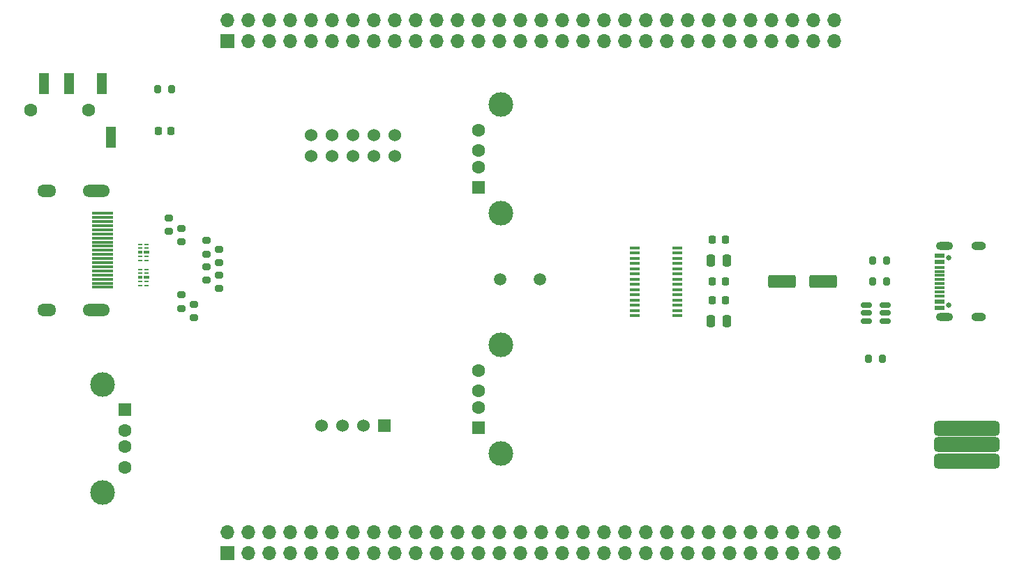
<source format=gbr>
%TF.GenerationSoftware,KiCad,Pcbnew,7.0.6*%
%TF.CreationDate,2023-08-02T21:58:42+08:00*%
%TF.ProjectId,Adapter,41646170-7465-4722-9e6b-696361645f70,rev?*%
%TF.SameCoordinates,Original*%
%TF.FileFunction,Soldermask,Top*%
%TF.FilePolarity,Negative*%
%FSLAX46Y46*%
G04 Gerber Fmt 4.6, Leading zero omitted, Abs format (unit mm)*
G04 Created by KiCad (PCBNEW 7.0.6) date 2023-08-02 21:58:42*
%MOMM*%
%LPD*%
G01*
G04 APERTURE LIST*
G04 Aperture macros list*
%AMRoundRect*
0 Rectangle with rounded corners*
0 $1 Rounding radius*
0 $2 $3 $4 $5 $6 $7 $8 $9 X,Y pos of 4 corners*
0 Add a 4 corners polygon primitive as box body*
4,1,4,$2,$3,$4,$5,$6,$7,$8,$9,$2,$3,0*
0 Add four circle primitives for the rounded corners*
1,1,$1+$1,$2,$3*
1,1,$1+$1,$4,$5*
1,1,$1+$1,$6,$7*
1,1,$1+$1,$8,$9*
0 Add four rect primitives between the rounded corners*
20,1,$1+$1,$2,$3,$4,$5,0*
20,1,$1+$1,$4,$5,$6,$7,0*
20,1,$1+$1,$6,$7,$8,$9,0*
20,1,$1+$1,$8,$9,$2,$3,0*%
G04 Aperture macros list end*
%ADD10R,1.700000X1.700000*%
%ADD11O,1.700000X1.700000*%
%ADD12RoundRect,0.200000X-0.200000X-0.275000X0.200000X-0.275000X0.200000X0.275000X-0.200000X0.275000X0*%
%ADD13C,0.650000*%
%ADD14R,1.150000X0.600000*%
%ADD15R,1.150000X0.300000*%
%ADD16O,2.100000X1.000000*%
%ADD17O,1.800000X1.000000*%
%ADD18RoundRect,0.250000X1.412500X0.550000X-1.412500X0.550000X-1.412500X-0.550000X1.412500X-0.550000X0*%
%ADD19RoundRect,0.200000X-0.275000X0.200000X-0.275000X-0.200000X0.275000X-0.200000X0.275000X0.200000X0*%
%ADD20R,0.625000X0.250000*%
%ADD21R,0.700000X0.450000*%
%ADD22R,0.575000X0.450000*%
%ADD23R,1.500000X1.600000*%
%ADD24C,1.600000*%
%ADD25C,3.000000*%
%ADD26RoundRect,0.200000X0.200000X0.275000X-0.200000X0.275000X-0.200000X-0.275000X0.200000X-0.275000X0*%
%ADD27C,1.524000*%
%ADD28R,1.524000X1.524000*%
%ADD29RoundRect,0.200000X0.275000X-0.200000X0.275000X0.200000X-0.275000X0.200000X-0.275000X-0.200000X0*%
%ADD30RoundRect,0.250000X0.250000X0.475000X-0.250000X0.475000X-0.250000X-0.475000X0.250000X-0.475000X0*%
%ADD31C,1.500000*%
%ADD32RoundRect,0.225000X-0.225000X-0.250000X0.225000X-0.250000X0.225000X0.250000X-0.225000X0.250000X0*%
%ADD33RoundRect,0.250000X-0.250000X-0.475000X0.250000X-0.475000X0.250000X0.475000X-0.250000X0.475000X0*%
%ADD34RoundRect,0.450000X-3.550000X0.450000X-3.550000X-0.450000X3.550000X-0.450000X3.550000X0.450000X0*%
%ADD35RoundRect,0.225000X0.225000X0.250000X-0.225000X0.250000X-0.225000X-0.250000X0.225000X-0.250000X0*%
%ADD36RoundRect,0.150000X-0.512500X-0.150000X0.512500X-0.150000X0.512500X0.150000X-0.512500X0.150000X0*%
%ADD37R,2.600000X0.300000*%
%ADD38O,3.300000X1.500000*%
%ADD39O,2.300000X1.500000*%
%ADD40R,1.200000X0.400000*%
%ADD41R,1.200000X2.500000*%
G04 APERTURE END LIST*
D10*
%TO.C,P1*%
X116840000Y-80010000D03*
D11*
X116840000Y-77470000D03*
X119380000Y-80010000D03*
X119380000Y-77470000D03*
X121920000Y-80010000D03*
X121920000Y-77470000D03*
X124460000Y-80010000D03*
X124460000Y-77470000D03*
X127000000Y-80010000D03*
X127000000Y-77470000D03*
X129540000Y-80010000D03*
X129540000Y-77470000D03*
X132080000Y-80010000D03*
X132080000Y-77470000D03*
X134620000Y-80010000D03*
X134620000Y-77470000D03*
X137160000Y-80010000D03*
X137160000Y-77470000D03*
X139700000Y-80010000D03*
X139700000Y-77470000D03*
X142240000Y-80010000D03*
X142240000Y-77470000D03*
X144780000Y-80010000D03*
X144780000Y-77470000D03*
X147320000Y-80010000D03*
X147320000Y-77470000D03*
X149860000Y-80010000D03*
X149860000Y-77470000D03*
X152400000Y-80010000D03*
X152400000Y-77470000D03*
X154940000Y-80010000D03*
X154940000Y-77470000D03*
X157480000Y-80010000D03*
X157480000Y-77470000D03*
X160020000Y-80010000D03*
X160020000Y-77470000D03*
X162560000Y-80010000D03*
X162560000Y-77470000D03*
X165100000Y-80010000D03*
X165100000Y-77470000D03*
X167640000Y-80010000D03*
X167640000Y-77470000D03*
X170180000Y-80010000D03*
X170180000Y-77470000D03*
X172720000Y-80010000D03*
X172720000Y-77470000D03*
X175260000Y-80010000D03*
X175260000Y-77470000D03*
X177800000Y-80010000D03*
X177800000Y-77470000D03*
X180340000Y-80010000D03*
X180340000Y-77470000D03*
X182880000Y-80010000D03*
X182880000Y-77470000D03*
X185420000Y-80010000D03*
X185420000Y-77470000D03*
X187960000Y-80010000D03*
X187960000Y-77470000D03*
X190500000Y-80010000D03*
X190500000Y-77470000D03*
%TD*%
D10*
%TO.C,P4*%
X116840000Y-142240000D03*
D11*
X116840000Y-139700000D03*
X119380000Y-142240000D03*
X119380000Y-139700000D03*
X121920000Y-142240000D03*
X121920000Y-139700000D03*
X124460000Y-142240000D03*
X124460000Y-139700000D03*
X127000000Y-142240000D03*
X127000000Y-139700000D03*
X129540000Y-142240000D03*
X129540000Y-139700000D03*
X132080000Y-142240000D03*
X132080000Y-139700000D03*
X134620000Y-142240000D03*
X134620000Y-139700000D03*
X137160000Y-142240000D03*
X137160000Y-139700000D03*
X139700000Y-142240000D03*
X139700000Y-139700000D03*
X142240000Y-142240000D03*
X142240000Y-139700000D03*
X144780000Y-142240000D03*
X144780000Y-139700000D03*
X147320000Y-142240000D03*
X147320000Y-139700000D03*
X149860000Y-142240000D03*
X149860000Y-139700000D03*
X152400000Y-142240000D03*
X152400000Y-139700000D03*
X154940000Y-142240000D03*
X154940000Y-139700000D03*
X157480000Y-142240000D03*
X157480000Y-139700000D03*
X160020000Y-142240000D03*
X160020000Y-139700000D03*
X162560000Y-142240000D03*
X162560000Y-139700000D03*
X165100000Y-142240000D03*
X165100000Y-139700000D03*
X167640000Y-142240000D03*
X167640000Y-139700000D03*
X170180000Y-142240000D03*
X170180000Y-139700000D03*
X172720000Y-142240000D03*
X172720000Y-139700000D03*
X175260000Y-142240000D03*
X175260000Y-139700000D03*
X177800000Y-142240000D03*
X177800000Y-139700000D03*
X180340000Y-142240000D03*
X180340000Y-139700000D03*
X182880000Y-142240000D03*
X182880000Y-139700000D03*
X185420000Y-142240000D03*
X185420000Y-139700000D03*
X187960000Y-142240000D03*
X187960000Y-139700000D03*
X190500000Y-142240000D03*
X190500000Y-139700000D03*
%TD*%
D12*
%TO.C,R3*%
X195200000Y-109220000D03*
X196850000Y-109220000D03*
%TD*%
D13*
%TO.C,J1*%
X204405000Y-112110000D03*
X204405000Y-106330000D03*
D14*
X203330000Y-112420000D03*
X203330000Y-111620000D03*
D15*
X203330000Y-110470000D03*
X203330000Y-109470000D03*
X203330000Y-108970000D03*
X203330000Y-107970000D03*
D14*
X203330000Y-106820000D03*
X203330000Y-106020000D03*
X203330000Y-106020000D03*
X203330000Y-106820000D03*
D15*
X203330000Y-107470000D03*
X203330000Y-108470000D03*
X203330000Y-109970000D03*
X203330000Y-110970000D03*
D14*
X203330000Y-111620000D03*
X203330000Y-112420000D03*
D16*
X203905000Y-113540000D03*
D17*
X208085000Y-113540000D03*
D16*
X203905000Y-104900000D03*
D17*
X208085000Y-104900000D03*
%TD*%
D18*
%TO.C,C2*%
X189227500Y-109220000D03*
X184152500Y-109220000D03*
%TD*%
D19*
%TO.C,RP3*%
X111252000Y-102744000D03*
X111252000Y-104394000D03*
%TD*%
D20*
%TO.C,U4*%
X107067500Y-109712000D03*
X107067500Y-109212000D03*
D21*
X107030000Y-108712000D03*
D20*
X107067500Y-108212000D03*
X107067500Y-107712000D03*
X106292500Y-107712000D03*
X106292500Y-108212000D03*
D22*
X106267500Y-108712000D03*
D20*
X106292500Y-109212000D03*
X106292500Y-109712000D03*
%TD*%
D23*
%TO.C,J3*%
X104420000Y-124770000D03*
D24*
X104420000Y-127270000D03*
X104420000Y-129270000D03*
X104420000Y-131770000D03*
D25*
X101710000Y-121700000D03*
X101710000Y-134840000D03*
%TD*%
D26*
%TO.C,R1*%
X196342000Y-118618000D03*
X194692000Y-118618000D03*
%TD*%
D27*
%TO.C,U3*%
X127000000Y-93980000D03*
X127000000Y-91440000D03*
X129540000Y-93980000D03*
X129540000Y-91440000D03*
X132080000Y-93980000D03*
X132080000Y-91440000D03*
X134620000Y-93980000D03*
X134620000Y-91440000D03*
X137160000Y-93980000D03*
X137160000Y-91440000D03*
D28*
X135890000Y-126746000D03*
D27*
X133350000Y-126746000D03*
X130810000Y-126746000D03*
X128270000Y-126746000D03*
%TD*%
D19*
%TO.C,RN0*%
X114300000Y-104204000D03*
X114300000Y-105854000D03*
%TD*%
D29*
%TO.C,RP2*%
X112776000Y-113601000D03*
X112776000Y-111951000D03*
%TD*%
D30*
%TO.C,C5*%
X177480000Y-106680000D03*
X175580000Y-106680000D03*
%TD*%
D31*
%TO.C,Y1*%
X154850000Y-108966000D03*
X149970000Y-108966000D03*
%TD*%
D32*
%TO.C,C6*%
X108475000Y-90932000D03*
X110025000Y-90932000D03*
%TD*%
D33*
%TO.C,C1*%
X175580000Y-114046000D03*
X177480000Y-114046000D03*
%TD*%
D34*
%TO.C,J2*%
X206646000Y-127032000D03*
X206646000Y-129032000D03*
X206646000Y-131032000D03*
%TD*%
D29*
%TO.C,RP1*%
X115824000Y-110045000D03*
X115824000Y-108395000D03*
%TD*%
D35*
%TO.C,C4*%
X177305000Y-109220000D03*
X175755000Y-109220000D03*
%TD*%
D19*
%TO.C,RN3*%
X109728000Y-101474000D03*
X109728000Y-103124000D03*
%TD*%
D29*
%TO.C,RN2*%
X111252000Y-112458000D03*
X111252000Y-110808000D03*
%TD*%
D35*
%TO.C,C7*%
X177305000Y-104140000D03*
X175755000Y-104140000D03*
%TD*%
D36*
%TO.C,U1*%
X194442500Y-112080000D03*
X194442500Y-113030000D03*
X194442500Y-113980000D03*
X196717500Y-113980000D03*
X196717500Y-113030000D03*
X196717500Y-112080000D03*
%TD*%
D37*
%TO.C,J4*%
X101710000Y-109910000D03*
X101710000Y-109410000D03*
X101710000Y-108910000D03*
X101710000Y-108410000D03*
X101710000Y-107910000D03*
X101710000Y-107410000D03*
X101710000Y-106910000D03*
X101710000Y-106410000D03*
X101710000Y-105910000D03*
X101710000Y-105410000D03*
X101710000Y-104910000D03*
X101710000Y-104410000D03*
X101710000Y-103910000D03*
X101710000Y-103410000D03*
X101710000Y-102910000D03*
X101710000Y-102410000D03*
X101710000Y-101910000D03*
X101710000Y-101410000D03*
X101710000Y-100910000D03*
D38*
X100950000Y-112660000D03*
X100950000Y-98160000D03*
D39*
X94990000Y-112660000D03*
X94990000Y-98160000D03*
%TD*%
D29*
%TO.C,RN1*%
X114300000Y-109029000D03*
X114300000Y-107379000D03*
%TD*%
D26*
%TO.C,R2*%
X196850000Y-106680000D03*
X195200000Y-106680000D03*
%TD*%
D12*
%TO.C,R6*%
X108425000Y-85852000D03*
X110075000Y-85852000D03*
%TD*%
D19*
%TO.C,RP0*%
X115824000Y-105283000D03*
X115824000Y-106933000D03*
%TD*%
D23*
%TO.C,P2*%
X147320000Y-127000000D03*
D24*
X147320000Y-124500000D03*
X147320000Y-122500000D03*
X147320000Y-120000000D03*
D25*
X150030000Y-130070000D03*
X150030000Y-116930000D03*
%TD*%
D40*
%TO.C,U2*%
X166310000Y-105092500D03*
X166310000Y-105727500D03*
X166310000Y-106362500D03*
X166310000Y-106997500D03*
X166310000Y-107632500D03*
X166310000Y-108267500D03*
X166310000Y-108902500D03*
X166310000Y-109537500D03*
X166310000Y-110172500D03*
X166310000Y-110807500D03*
X166310000Y-111442500D03*
X166310000Y-112077500D03*
X166310000Y-112712500D03*
X166310000Y-113347500D03*
X171510000Y-113347500D03*
X171510000Y-112712500D03*
X171510000Y-112077500D03*
X171510000Y-111442500D03*
X171510000Y-110807500D03*
X171510000Y-110172500D03*
X171510000Y-109537500D03*
X171510000Y-108902500D03*
X171510000Y-108267500D03*
X171510000Y-107632500D03*
X171510000Y-106997500D03*
X171510000Y-106362500D03*
X171510000Y-105727500D03*
X171510000Y-105092500D03*
%TD*%
D24*
%TO.C,J5*%
X93040000Y-88392000D03*
X100040000Y-88392000D03*
D41*
X97640000Y-85142000D03*
X94640000Y-85142000D03*
X102740000Y-91642000D03*
X101640000Y-85142000D03*
%TD*%
D35*
%TO.C,C3*%
X177305000Y-111506000D03*
X175755000Y-111506000D03*
%TD*%
D23*
%TO.C,P3*%
X147320000Y-97790000D03*
D24*
X147320000Y-95290000D03*
X147320000Y-93290000D03*
X147320000Y-90790000D03*
D25*
X150030000Y-100860000D03*
X150030000Y-87720000D03*
%TD*%
D20*
%TO.C,U5*%
X107067500Y-106664000D03*
X107067500Y-106164000D03*
D21*
X107030000Y-105664000D03*
D20*
X107067500Y-105164000D03*
X107067500Y-104664000D03*
X106292500Y-104664000D03*
X106292500Y-105164000D03*
D22*
X106267500Y-105664000D03*
D20*
X106292500Y-106164000D03*
X106292500Y-106664000D03*
%TD*%
M02*

</source>
